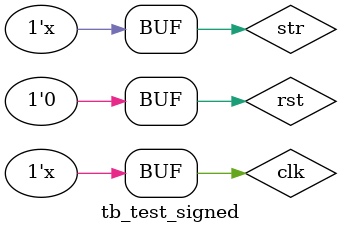
<source format=v>
`timescale 1ns / 1ps


module tb_test_signed;

	// Inputs
	reg clk;
	reg rst;
	reg str;

	// Outputs
	wire [3:0] dout;
	wire dout_flag;

	// Instantiate the Unit Under Test (UUT)
	test_signed uut (
		.clk(clk), 
		.rst(rst), 
		.str(str),
		.dout(dout), 
		.dout_flag(dout_flag)
	);

	initial begin
		// Initialize Inputs
		clk = 0;
		rst = 0;
		str = 0;

		// Wait 100 ns for global reset to finish
		#100;
        
		// Add stimulus here
		#100;
		rst = 1;
		#50;
		rst = 0;

	end

	always #5 clk = ~clk;
	always #100 str = ~str;
      
endmodule


</source>
